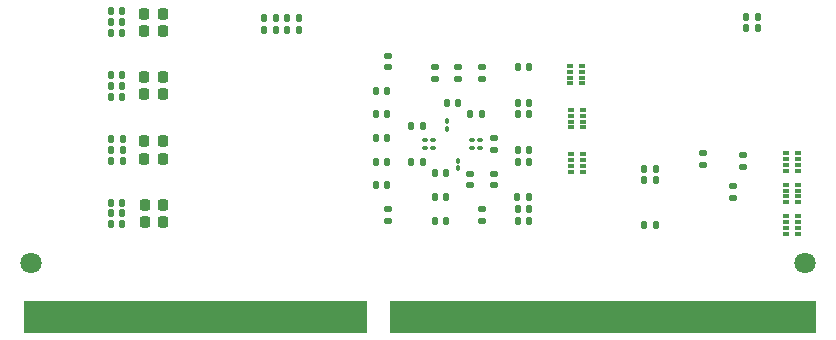
<source format=gbr>
%TF.GenerationSoftware,KiCad,Pcbnew,(6.0.4)*%
%TF.CreationDate,2022-07-06T17:02:14+08:00*%
%TF.ProjectId,XC6SLX25(FTG256)_Min,58433653-4c58-4323-9528-465447323536,rev?*%
%TF.SameCoordinates,Original*%
%TF.FileFunction,Soldermask,Bot*%
%TF.FilePolarity,Negative*%
%FSLAX46Y46*%
G04 Gerber Fmt 4.6, Leading zero omitted, Abs format (unit mm)*
G04 Created by KiCad (PCBNEW (6.0.4)) date 2022-07-06 17:02:14*
%MOMM*%
%LPD*%
G01*
G04 APERTURE LIST*
G04 Aperture macros list*
%AMRoundRect*
0 Rectangle with rounded corners*
0 $1 Rounding radius*
0 $2 $3 $4 $5 $6 $7 $8 $9 X,Y pos of 4 corners*
0 Add a 4 corners polygon primitive as box body*
4,1,4,$2,$3,$4,$5,$6,$7,$8,$9,$2,$3,0*
0 Add four circle primitives for the rounded corners*
1,1,$1+$1,$2,$3*
1,1,$1+$1,$4,$5*
1,1,$1+$1,$6,$7*
1,1,$1+$1,$8,$9*
0 Add four rect primitives between the rounded corners*
20,1,$1+$1,$2,$3,$4,$5,0*
20,1,$1+$1,$4,$5,$6,$7,0*
20,1,$1+$1,$6,$7,$8,$9,0*
20,1,$1+$1,$8,$9,$2,$3,0*%
G04 Aperture macros list end*
%ADD10C,0.010000*%
%ADD11RoundRect,0.140000X0.140000X0.170000X-0.140000X0.170000X-0.140000X-0.170000X0.140000X-0.170000X0*%
%ADD12RoundRect,0.100000X-0.130000X-0.100000X0.130000X-0.100000X0.130000X0.100000X-0.130000X0.100000X0*%
%ADD13RoundRect,0.225000X0.225000X0.250000X-0.225000X0.250000X-0.225000X-0.250000X0.225000X-0.250000X0*%
%ADD14R,0.500000X0.320000*%
%ADD15RoundRect,0.140000X-0.140000X-0.170000X0.140000X-0.170000X0.140000X0.170000X-0.140000X0.170000X0*%
%ADD16RoundRect,0.140000X0.170000X-0.140000X0.170000X0.140000X-0.170000X0.140000X-0.170000X-0.140000X0*%
%ADD17RoundRect,0.135000X0.135000X0.185000X-0.135000X0.185000X-0.135000X-0.185000X0.135000X-0.185000X0*%
%ADD18RoundRect,0.100000X0.100000X-0.130000X0.100000X0.130000X-0.100000X0.130000X-0.100000X-0.130000X0*%
%ADD19C,1.800000*%
%ADD20RoundRect,0.140000X-0.170000X0.140000X-0.170000X-0.140000X0.170000X-0.140000X0.170000X0.140000X0*%
%ADD21RoundRect,0.135000X-0.135000X-0.185000X0.135000X-0.185000X0.135000X0.185000X-0.135000X0.185000X0*%
%ADD22RoundRect,0.135000X-0.185000X0.135000X-0.185000X-0.135000X0.185000X-0.135000X0.185000X0.135000X0*%
%ADD23RoundRect,0.100000X0.130000X0.100000X-0.130000X0.100000X-0.130000X-0.100000X0.130000X-0.100000X0*%
%ADD24RoundRect,0.100000X-0.100000X0.130000X-0.100000X-0.130000X0.100000X-0.130000X0.100000X0.130000X0*%
%ADD25RoundRect,0.135000X0.185000X-0.135000X0.185000X0.135000X-0.185000X0.135000X-0.185000X-0.135000X0*%
G04 APERTURE END LIST*
%TO.C,J1*%
G36*
X125850000Y-108210000D02*
G01*
X125400000Y-108210000D01*
X125400000Y-105610000D01*
X125850000Y-105610000D01*
X125850000Y-108210000D01*
G37*
D10*
X125850000Y-108210000D02*
X125400000Y-108210000D01*
X125400000Y-105610000D01*
X125850000Y-105610000D01*
X125850000Y-108210000D01*
G36*
X127850000Y-108210000D02*
G01*
X127400000Y-108210000D01*
X127400000Y-105610000D01*
X127850000Y-105610000D01*
X127850000Y-108210000D01*
G37*
X127850000Y-108210000D02*
X127400000Y-108210000D01*
X127400000Y-105610000D01*
X127850000Y-105610000D01*
X127850000Y-108210000D01*
G36*
X134350000Y-108210000D02*
G01*
X133900000Y-108210000D01*
X133900000Y-105610000D01*
X134350000Y-105610000D01*
X134350000Y-108210000D01*
G37*
X134350000Y-108210000D02*
X133900000Y-108210000D01*
X133900000Y-105610000D01*
X134350000Y-105610000D01*
X134350000Y-108210000D01*
G36*
X169850000Y-108210000D02*
G01*
X169400000Y-108210000D01*
X169400000Y-105610000D01*
X169850000Y-105610000D01*
X169850000Y-108210000D01*
G37*
X169850000Y-108210000D02*
X169400000Y-108210000D01*
X169400000Y-105610000D01*
X169850000Y-105610000D01*
X169850000Y-108210000D01*
G36*
X170350000Y-108210000D02*
G01*
X169900000Y-108210000D01*
X169900000Y-105610000D01*
X170350000Y-105610000D01*
X170350000Y-108210000D01*
G37*
X170350000Y-108210000D02*
X169900000Y-108210000D01*
X169900000Y-105610000D01*
X170350000Y-105610000D01*
X170350000Y-108210000D01*
G36*
X150850000Y-108210000D02*
G01*
X150400000Y-108210000D01*
X150400000Y-105610000D01*
X150850000Y-105610000D01*
X150850000Y-108210000D01*
G37*
X150850000Y-108210000D02*
X150400000Y-108210000D01*
X150400000Y-105610000D01*
X150850000Y-105610000D01*
X150850000Y-108210000D01*
G36*
X172850000Y-108210000D02*
G01*
X172400000Y-108210000D01*
X172400000Y-105610000D01*
X172850000Y-105610000D01*
X172850000Y-108210000D01*
G37*
X172850000Y-108210000D02*
X172400000Y-108210000D01*
X172400000Y-105610000D01*
X172850000Y-105610000D01*
X172850000Y-108210000D01*
G36*
X139850000Y-108210000D02*
G01*
X139400000Y-108210000D01*
X139400000Y-105610000D01*
X139850000Y-105610000D01*
X139850000Y-108210000D01*
G37*
X139850000Y-108210000D02*
X139400000Y-108210000D01*
X139400000Y-105610000D01*
X139850000Y-105610000D01*
X139850000Y-108210000D01*
G36*
X131850000Y-108210000D02*
G01*
X131400000Y-108210000D01*
X131400000Y-105610000D01*
X131850000Y-105610000D01*
X131850000Y-108210000D01*
G37*
X131850000Y-108210000D02*
X131400000Y-108210000D01*
X131400000Y-105610000D01*
X131850000Y-105610000D01*
X131850000Y-108210000D01*
G36*
X122350000Y-108210000D02*
G01*
X121900000Y-108210000D01*
X121900000Y-105610000D01*
X122350000Y-105610000D01*
X122350000Y-108210000D01*
G37*
X122350000Y-108210000D02*
X121900000Y-108210000D01*
X121900000Y-105610000D01*
X122350000Y-105610000D01*
X122350000Y-108210000D01*
G36*
X110350000Y-108210000D02*
G01*
X109900000Y-108210000D01*
X109900000Y-105610000D01*
X110350000Y-105610000D01*
X110350000Y-108210000D01*
G37*
X110350000Y-108210000D02*
X109900000Y-108210000D01*
X109900000Y-105610000D01*
X110350000Y-105610000D01*
X110350000Y-108210000D01*
G36*
X159850000Y-108210000D02*
G01*
X159400000Y-108210000D01*
X159400000Y-105610000D01*
X159850000Y-105610000D01*
X159850000Y-108210000D01*
G37*
X159850000Y-108210000D02*
X159400000Y-108210000D01*
X159400000Y-105610000D01*
X159850000Y-105610000D01*
X159850000Y-108210000D01*
G36*
X153350000Y-108210000D02*
G01*
X152900000Y-108210000D01*
X152900000Y-105610000D01*
X153350000Y-105610000D01*
X153350000Y-108210000D01*
G37*
X153350000Y-108210000D02*
X152900000Y-108210000D01*
X152900000Y-105610000D01*
X153350000Y-105610000D01*
X153350000Y-108210000D01*
G36*
X130350000Y-108210000D02*
G01*
X129900000Y-108210000D01*
X129900000Y-105610000D01*
X130350000Y-105610000D01*
X130350000Y-108210000D01*
G37*
X130350000Y-108210000D02*
X129900000Y-108210000D01*
X129900000Y-105610000D01*
X130350000Y-105610000D01*
X130350000Y-108210000D01*
G36*
X146350000Y-108210000D02*
G01*
X145900000Y-108210000D01*
X145900000Y-105610000D01*
X146350000Y-105610000D01*
X146350000Y-108210000D01*
G37*
X146350000Y-108210000D02*
X145900000Y-108210000D01*
X145900000Y-105610000D01*
X146350000Y-105610000D01*
X146350000Y-108210000D01*
G36*
X146850000Y-108210000D02*
G01*
X146400000Y-108210000D01*
X146400000Y-105610000D01*
X146850000Y-105610000D01*
X146850000Y-108210000D01*
G37*
X146850000Y-108210000D02*
X146400000Y-108210000D01*
X146400000Y-105610000D01*
X146850000Y-105610000D01*
X146850000Y-108210000D01*
G36*
X113850000Y-108210000D02*
G01*
X113400000Y-108210000D01*
X113400000Y-105610000D01*
X113850000Y-105610000D01*
X113850000Y-108210000D01*
G37*
X113850000Y-108210000D02*
X113400000Y-108210000D01*
X113400000Y-105610000D01*
X113850000Y-105610000D01*
X113850000Y-108210000D01*
G36*
X111350000Y-108210000D02*
G01*
X110900000Y-108210000D01*
X110900000Y-105610000D01*
X111350000Y-105610000D01*
X111350000Y-108210000D01*
G37*
X111350000Y-108210000D02*
X110900000Y-108210000D01*
X110900000Y-105610000D01*
X111350000Y-105610000D01*
X111350000Y-108210000D01*
G36*
X151850000Y-108210000D02*
G01*
X151400000Y-108210000D01*
X151400000Y-105610000D01*
X151850000Y-105610000D01*
X151850000Y-108210000D01*
G37*
X151850000Y-108210000D02*
X151400000Y-108210000D01*
X151400000Y-105610000D01*
X151850000Y-105610000D01*
X151850000Y-108210000D01*
G36*
X152350000Y-108210000D02*
G01*
X151900000Y-108210000D01*
X151900000Y-105610000D01*
X152350000Y-105610000D01*
X152350000Y-108210000D01*
G37*
X152350000Y-108210000D02*
X151900000Y-108210000D01*
X151900000Y-105610000D01*
X152350000Y-105610000D01*
X152350000Y-108210000D01*
G36*
X114350000Y-108210000D02*
G01*
X113900000Y-108210000D01*
X113900000Y-105610000D01*
X114350000Y-105610000D01*
X114350000Y-108210000D01*
G37*
X114350000Y-108210000D02*
X113900000Y-108210000D01*
X113900000Y-105610000D01*
X114350000Y-105610000D01*
X114350000Y-108210000D01*
G36*
X135850000Y-108210000D02*
G01*
X135400000Y-108210000D01*
X135400000Y-105610000D01*
X135850000Y-105610000D01*
X135850000Y-108210000D01*
G37*
X135850000Y-108210000D02*
X135400000Y-108210000D01*
X135400000Y-105610000D01*
X135850000Y-105610000D01*
X135850000Y-108210000D01*
G36*
X111850000Y-108210000D02*
G01*
X111400000Y-108210000D01*
X111400000Y-105610000D01*
X111850000Y-105610000D01*
X111850000Y-108210000D01*
G37*
X111850000Y-108210000D02*
X111400000Y-108210000D01*
X111400000Y-105610000D01*
X111850000Y-105610000D01*
X111850000Y-108210000D01*
G36*
X117350000Y-108210000D02*
G01*
X116900000Y-108210000D01*
X116900000Y-105610000D01*
X117350000Y-105610000D01*
X117350000Y-108210000D01*
G37*
X117350000Y-108210000D02*
X116900000Y-108210000D01*
X116900000Y-105610000D01*
X117350000Y-105610000D01*
X117350000Y-108210000D01*
G36*
X116850000Y-108210000D02*
G01*
X116400000Y-108210000D01*
X116400000Y-105610000D01*
X116850000Y-105610000D01*
X116850000Y-108210000D01*
G37*
X116850000Y-108210000D02*
X116400000Y-108210000D01*
X116400000Y-105610000D01*
X116850000Y-105610000D01*
X116850000Y-108210000D01*
G36*
X141350000Y-108210000D02*
G01*
X140900000Y-108210000D01*
X140900000Y-105610000D01*
X141350000Y-105610000D01*
X141350000Y-108210000D01*
G37*
X141350000Y-108210000D02*
X140900000Y-108210000D01*
X140900000Y-105610000D01*
X141350000Y-105610000D01*
X141350000Y-108210000D01*
G36*
X138850000Y-108210000D02*
G01*
X138400000Y-108210000D01*
X138400000Y-105610000D01*
X138850000Y-105610000D01*
X138850000Y-108210000D01*
G37*
X138850000Y-108210000D02*
X138400000Y-108210000D01*
X138400000Y-105610000D01*
X138850000Y-105610000D01*
X138850000Y-108210000D01*
G36*
X144350000Y-108210000D02*
G01*
X143900000Y-108210000D01*
X143900000Y-105610000D01*
X144350000Y-105610000D01*
X144350000Y-108210000D01*
G37*
X144350000Y-108210000D02*
X143900000Y-108210000D01*
X143900000Y-105610000D01*
X144350000Y-105610000D01*
X144350000Y-108210000D01*
G36*
X148350000Y-108210000D02*
G01*
X147900000Y-108210000D01*
X147900000Y-105610000D01*
X148350000Y-105610000D01*
X148350000Y-108210000D01*
G37*
X148350000Y-108210000D02*
X147900000Y-108210000D01*
X147900000Y-105610000D01*
X148350000Y-105610000D01*
X148350000Y-108210000D01*
G36*
X115350000Y-108210000D02*
G01*
X114900000Y-108210000D01*
X114900000Y-105610000D01*
X115350000Y-105610000D01*
X115350000Y-108210000D01*
G37*
X115350000Y-108210000D02*
X114900000Y-108210000D01*
X114900000Y-105610000D01*
X115350000Y-105610000D01*
X115350000Y-108210000D01*
G36*
X166350000Y-108210000D02*
G01*
X165900000Y-108210000D01*
X165900000Y-105610000D01*
X166350000Y-105610000D01*
X166350000Y-108210000D01*
G37*
X166350000Y-108210000D02*
X165900000Y-108210000D01*
X165900000Y-105610000D01*
X166350000Y-105610000D01*
X166350000Y-108210000D01*
G36*
X112350000Y-108210000D02*
G01*
X111900000Y-108210000D01*
X111900000Y-105610000D01*
X112350000Y-105610000D01*
X112350000Y-108210000D01*
G37*
X112350000Y-108210000D02*
X111900000Y-108210000D01*
X111900000Y-105610000D01*
X112350000Y-105610000D01*
X112350000Y-108210000D01*
G36*
X170850000Y-108210000D02*
G01*
X170400000Y-108210000D01*
X170400000Y-105610000D01*
X170850000Y-105610000D01*
X170850000Y-108210000D01*
G37*
X170850000Y-108210000D02*
X170400000Y-108210000D01*
X170400000Y-105610000D01*
X170850000Y-105610000D01*
X170850000Y-108210000D01*
G36*
X171350000Y-108210000D02*
G01*
X170900000Y-108210000D01*
X170900000Y-105610000D01*
X171350000Y-105610000D01*
X171350000Y-108210000D01*
G37*
X171350000Y-108210000D02*
X170900000Y-108210000D01*
X170900000Y-105610000D01*
X171350000Y-105610000D01*
X171350000Y-108210000D01*
G36*
X140350000Y-108210000D02*
G01*
X139900000Y-108210000D01*
X139900000Y-105610000D01*
X140350000Y-105610000D01*
X140350000Y-108210000D01*
G37*
X140350000Y-108210000D02*
X139900000Y-108210000D01*
X139900000Y-105610000D01*
X140350000Y-105610000D01*
X140350000Y-108210000D01*
G36*
X159350000Y-108210000D02*
G01*
X158900000Y-108210000D01*
X158900000Y-105610000D01*
X159350000Y-105610000D01*
X159350000Y-108210000D01*
G37*
X159350000Y-108210000D02*
X158900000Y-108210000D01*
X158900000Y-105610000D01*
X159350000Y-105610000D01*
X159350000Y-108210000D01*
G36*
X118850000Y-108210000D02*
G01*
X118400000Y-108210000D01*
X118400000Y-105610000D01*
X118850000Y-105610000D01*
X118850000Y-108210000D01*
G37*
X118850000Y-108210000D02*
X118400000Y-108210000D01*
X118400000Y-105610000D01*
X118850000Y-105610000D01*
X118850000Y-108210000D01*
G36*
X139350000Y-108210000D02*
G01*
X138900000Y-108210000D01*
X138900000Y-105610000D01*
X139350000Y-105610000D01*
X139350000Y-108210000D01*
G37*
X139350000Y-108210000D02*
X138900000Y-108210000D01*
X138900000Y-105610000D01*
X139350000Y-105610000D01*
X139350000Y-108210000D01*
G36*
X108350000Y-108210000D02*
G01*
X107900000Y-108210000D01*
X107900000Y-105610000D01*
X108350000Y-105610000D01*
X108350000Y-108210000D01*
G37*
X108350000Y-108210000D02*
X107900000Y-108210000D01*
X107900000Y-105610000D01*
X108350000Y-105610000D01*
X108350000Y-108210000D01*
G36*
X156350000Y-108210000D02*
G01*
X155900000Y-108210000D01*
X155900000Y-105610000D01*
X156350000Y-105610000D01*
X156350000Y-108210000D01*
G37*
X156350000Y-108210000D02*
X155900000Y-108210000D01*
X155900000Y-105610000D01*
X156350000Y-105610000D01*
X156350000Y-108210000D01*
G36*
X133850000Y-108210000D02*
G01*
X133400000Y-108210000D01*
X133400000Y-105610000D01*
X133850000Y-105610000D01*
X133850000Y-108210000D01*
G37*
X133850000Y-108210000D02*
X133400000Y-108210000D01*
X133400000Y-105610000D01*
X133850000Y-105610000D01*
X133850000Y-108210000D01*
G36*
X133350000Y-108210000D02*
G01*
X132900000Y-108210000D01*
X132900000Y-105610000D01*
X133350000Y-105610000D01*
X133350000Y-108210000D01*
G37*
X133350000Y-108210000D02*
X132900000Y-108210000D01*
X132900000Y-105610000D01*
X133350000Y-105610000D01*
X133350000Y-108210000D01*
G36*
X147850000Y-108210000D02*
G01*
X147400000Y-108210000D01*
X147400000Y-105610000D01*
X147850000Y-105610000D01*
X147850000Y-108210000D01*
G37*
X147850000Y-108210000D02*
X147400000Y-108210000D01*
X147400000Y-105610000D01*
X147850000Y-105610000D01*
X147850000Y-108210000D01*
G36*
X161350000Y-108210000D02*
G01*
X160900000Y-108210000D01*
X160900000Y-105610000D01*
X161350000Y-105610000D01*
X161350000Y-108210000D01*
G37*
X161350000Y-108210000D02*
X160900000Y-108210000D01*
X160900000Y-105610000D01*
X161350000Y-105610000D01*
X161350000Y-108210000D01*
G36*
X121850000Y-108210000D02*
G01*
X121400000Y-108210000D01*
X121400000Y-105610000D01*
X121850000Y-105610000D01*
X121850000Y-108210000D01*
G37*
X121850000Y-108210000D02*
X121400000Y-108210000D01*
X121400000Y-105610000D01*
X121850000Y-105610000D01*
X121850000Y-108210000D01*
G36*
X158350000Y-108210000D02*
G01*
X157900000Y-108210000D01*
X157900000Y-105610000D01*
X158350000Y-105610000D01*
X158350000Y-108210000D01*
G37*
X158350000Y-108210000D02*
X157900000Y-108210000D01*
X157900000Y-105610000D01*
X158350000Y-105610000D01*
X158350000Y-108210000D01*
G36*
X143850000Y-108210000D02*
G01*
X143400000Y-108210000D01*
X143400000Y-105610000D01*
X143850000Y-105610000D01*
X143850000Y-108210000D01*
G37*
X143850000Y-108210000D02*
X143400000Y-108210000D01*
X143400000Y-105610000D01*
X143850000Y-105610000D01*
X143850000Y-108210000D01*
G36*
X142850000Y-108210000D02*
G01*
X142400000Y-108210000D01*
X142400000Y-105610000D01*
X142850000Y-105610000D01*
X142850000Y-108210000D01*
G37*
X142850000Y-108210000D02*
X142400000Y-108210000D01*
X142400000Y-105610000D01*
X142850000Y-105610000D01*
X142850000Y-108210000D01*
G36*
X144850000Y-108210000D02*
G01*
X144400000Y-108210000D01*
X144400000Y-105610000D01*
X144850000Y-105610000D01*
X144850000Y-108210000D01*
G37*
X144850000Y-108210000D02*
X144400000Y-108210000D01*
X144400000Y-105610000D01*
X144850000Y-105610000D01*
X144850000Y-108210000D01*
G36*
X132850000Y-108210000D02*
G01*
X132400000Y-108210000D01*
X132400000Y-105610000D01*
X132850000Y-105610000D01*
X132850000Y-108210000D01*
G37*
X132850000Y-108210000D02*
X132400000Y-108210000D01*
X132400000Y-105610000D01*
X132850000Y-105610000D01*
X132850000Y-108210000D01*
G36*
X168350000Y-108210000D02*
G01*
X167900000Y-108210000D01*
X167900000Y-105610000D01*
X168350000Y-105610000D01*
X168350000Y-108210000D01*
G37*
X168350000Y-108210000D02*
X167900000Y-108210000D01*
X167900000Y-105610000D01*
X168350000Y-105610000D01*
X168350000Y-108210000D01*
G36*
X142350000Y-108210000D02*
G01*
X141900000Y-108210000D01*
X141900000Y-105610000D01*
X142350000Y-105610000D01*
X142350000Y-108210000D01*
G37*
X142350000Y-108210000D02*
X141900000Y-108210000D01*
X141900000Y-105610000D01*
X142350000Y-105610000D01*
X142350000Y-108210000D01*
G36*
X120850000Y-108210000D02*
G01*
X120400000Y-108210000D01*
X120400000Y-105610000D01*
X120850000Y-105610000D01*
X120850000Y-108210000D01*
G37*
X120850000Y-108210000D02*
X120400000Y-108210000D01*
X120400000Y-105610000D01*
X120850000Y-105610000D01*
X120850000Y-108210000D01*
G36*
X152850000Y-108210000D02*
G01*
X152400000Y-108210000D01*
X152400000Y-105610000D01*
X152850000Y-105610000D01*
X152850000Y-108210000D01*
G37*
X152850000Y-108210000D02*
X152400000Y-108210000D01*
X152400000Y-105610000D01*
X152850000Y-105610000D01*
X152850000Y-108210000D01*
G36*
X148850000Y-108210000D02*
G01*
X148400000Y-108210000D01*
X148400000Y-105610000D01*
X148850000Y-105610000D01*
X148850000Y-108210000D01*
G37*
X148850000Y-108210000D02*
X148400000Y-108210000D01*
X148400000Y-105610000D01*
X148850000Y-105610000D01*
X148850000Y-108210000D01*
G36*
X125350000Y-108210000D02*
G01*
X124900000Y-108210000D01*
X124900000Y-105610000D01*
X125350000Y-105610000D01*
X125350000Y-108210000D01*
G37*
X125350000Y-108210000D02*
X124900000Y-108210000D01*
X124900000Y-105610000D01*
X125350000Y-105610000D01*
X125350000Y-108210000D01*
G36*
X128850000Y-108210000D02*
G01*
X128400000Y-108210000D01*
X128400000Y-105610000D01*
X128850000Y-105610000D01*
X128850000Y-108210000D01*
G37*
X128850000Y-108210000D02*
X128400000Y-108210000D01*
X128400000Y-105610000D01*
X128850000Y-105610000D01*
X128850000Y-108210000D01*
G36*
X123850000Y-108210000D02*
G01*
X123400000Y-108210000D01*
X123400000Y-105610000D01*
X123850000Y-105610000D01*
X123850000Y-108210000D01*
G37*
X123850000Y-108210000D02*
X123400000Y-108210000D01*
X123400000Y-105610000D01*
X123850000Y-105610000D01*
X123850000Y-108210000D01*
G36*
X167850000Y-108210000D02*
G01*
X167400000Y-108210000D01*
X167400000Y-105610000D01*
X167850000Y-105610000D01*
X167850000Y-108210000D01*
G37*
X167850000Y-108210000D02*
X167400000Y-108210000D01*
X167400000Y-105610000D01*
X167850000Y-105610000D01*
X167850000Y-108210000D01*
G36*
X119350000Y-108210000D02*
G01*
X118900000Y-108210000D01*
X118900000Y-105610000D01*
X119350000Y-105610000D01*
X119350000Y-108210000D01*
G37*
X119350000Y-108210000D02*
X118900000Y-108210000D01*
X118900000Y-105610000D01*
X119350000Y-105610000D01*
X119350000Y-108210000D01*
G36*
X163350000Y-108210000D02*
G01*
X162900000Y-108210000D01*
X162900000Y-105610000D01*
X163350000Y-105610000D01*
X163350000Y-108210000D01*
G37*
X163350000Y-108210000D02*
X162900000Y-108210000D01*
X162900000Y-105610000D01*
X163350000Y-105610000D01*
X163350000Y-108210000D01*
G36*
X135350000Y-108210000D02*
G01*
X134900000Y-108210000D01*
X134900000Y-105610000D01*
X135350000Y-105610000D01*
X135350000Y-108210000D01*
G37*
X135350000Y-108210000D02*
X134900000Y-108210000D01*
X134900000Y-105610000D01*
X135350000Y-105610000D01*
X135350000Y-108210000D01*
G36*
X167350000Y-108210000D02*
G01*
X166900000Y-108210000D01*
X166900000Y-105610000D01*
X167350000Y-105610000D01*
X167350000Y-108210000D01*
G37*
X167350000Y-108210000D02*
X166900000Y-108210000D01*
X166900000Y-105610000D01*
X167350000Y-105610000D01*
X167350000Y-108210000D01*
G36*
X168850000Y-108210000D02*
G01*
X168400000Y-108210000D01*
X168400000Y-105610000D01*
X168850000Y-105610000D01*
X168850000Y-108210000D01*
G37*
X168850000Y-108210000D02*
X168400000Y-108210000D01*
X168400000Y-105610000D01*
X168850000Y-105610000D01*
X168850000Y-108210000D01*
G36*
X173850000Y-108210000D02*
G01*
X173400000Y-108210000D01*
X173400000Y-105610000D01*
X173850000Y-105610000D01*
X173850000Y-108210000D01*
G37*
X173850000Y-108210000D02*
X173400000Y-108210000D01*
X173400000Y-105610000D01*
X173850000Y-105610000D01*
X173850000Y-108210000D01*
G36*
X129350000Y-108210000D02*
G01*
X128900000Y-108210000D01*
X128900000Y-105610000D01*
X129350000Y-105610000D01*
X129350000Y-108210000D01*
G37*
X129350000Y-108210000D02*
X128900000Y-108210000D01*
X128900000Y-105610000D01*
X129350000Y-105610000D01*
X129350000Y-108210000D01*
G36*
X153850000Y-108210000D02*
G01*
X153400000Y-108210000D01*
X153400000Y-105610000D01*
X153850000Y-105610000D01*
X153850000Y-108210000D01*
G37*
X153850000Y-108210000D02*
X153400000Y-108210000D01*
X153400000Y-105610000D01*
X153850000Y-105610000D01*
X153850000Y-108210000D01*
G36*
X141850000Y-108210000D02*
G01*
X141400000Y-108210000D01*
X141400000Y-105610000D01*
X141850000Y-105610000D01*
X141850000Y-108210000D01*
G37*
X141850000Y-108210000D02*
X141400000Y-108210000D01*
X141400000Y-105610000D01*
X141850000Y-105610000D01*
X141850000Y-108210000D01*
G36*
X154350000Y-108210000D02*
G01*
X153900000Y-108210000D01*
X153900000Y-105610000D01*
X154350000Y-105610000D01*
X154350000Y-108210000D01*
G37*
X154350000Y-108210000D02*
X153900000Y-108210000D01*
X153900000Y-105610000D01*
X154350000Y-105610000D01*
X154350000Y-108210000D01*
G36*
X160850000Y-108210000D02*
G01*
X160400000Y-108210000D01*
X160400000Y-105610000D01*
X160850000Y-105610000D01*
X160850000Y-108210000D01*
G37*
X160850000Y-108210000D02*
X160400000Y-108210000D01*
X160400000Y-105610000D01*
X160850000Y-105610000D01*
X160850000Y-108210000D01*
G36*
X124350000Y-108210000D02*
G01*
X123900000Y-108210000D01*
X123900000Y-105610000D01*
X124350000Y-105610000D01*
X124350000Y-108210000D01*
G37*
X124350000Y-108210000D02*
X123900000Y-108210000D01*
X123900000Y-105610000D01*
X124350000Y-105610000D01*
X124350000Y-108210000D01*
G36*
X119850000Y-108210000D02*
G01*
X119400000Y-108210000D01*
X119400000Y-105610000D01*
X119850000Y-105610000D01*
X119850000Y-108210000D01*
G37*
X119850000Y-108210000D02*
X119400000Y-108210000D01*
X119400000Y-105610000D01*
X119850000Y-105610000D01*
X119850000Y-108210000D01*
G36*
X131350000Y-108210000D02*
G01*
X130900000Y-108210000D01*
X130900000Y-105610000D01*
X131350000Y-105610000D01*
X131350000Y-108210000D01*
G37*
X131350000Y-108210000D02*
X130900000Y-108210000D01*
X130900000Y-105610000D01*
X131350000Y-105610000D01*
X131350000Y-108210000D01*
G36*
X129850000Y-108210000D02*
G01*
X129400000Y-108210000D01*
X129400000Y-105610000D01*
X129850000Y-105610000D01*
X129850000Y-108210000D01*
G37*
X129850000Y-108210000D02*
X129400000Y-108210000D01*
X129400000Y-105610000D01*
X129850000Y-105610000D01*
X129850000Y-108210000D01*
G36*
X163850000Y-108210000D02*
G01*
X163400000Y-108210000D01*
X163400000Y-105610000D01*
X163850000Y-105610000D01*
X163850000Y-108210000D01*
G37*
X163850000Y-108210000D02*
X163400000Y-108210000D01*
X163400000Y-105610000D01*
X163850000Y-105610000D01*
X163850000Y-108210000D01*
G36*
X118350000Y-108210000D02*
G01*
X117900000Y-108210000D01*
X117900000Y-105610000D01*
X118350000Y-105610000D01*
X118350000Y-108210000D01*
G37*
X118350000Y-108210000D02*
X117900000Y-108210000D01*
X117900000Y-105610000D01*
X118350000Y-105610000D01*
X118350000Y-108210000D01*
G36*
X123350000Y-108210000D02*
G01*
X122900000Y-108210000D01*
X122900000Y-105610000D01*
X123350000Y-105610000D01*
X123350000Y-108210000D01*
G37*
X123350000Y-108210000D02*
X122900000Y-108210000D01*
X122900000Y-105610000D01*
X123350000Y-105610000D01*
X123350000Y-108210000D01*
G36*
X126350000Y-108210000D02*
G01*
X125900000Y-108210000D01*
X125900000Y-105610000D01*
X126350000Y-105610000D01*
X126350000Y-108210000D01*
G37*
X126350000Y-108210000D02*
X125900000Y-108210000D01*
X125900000Y-105610000D01*
X126350000Y-105610000D01*
X126350000Y-108210000D01*
G36*
X162350000Y-108210000D02*
G01*
X161900000Y-108210000D01*
X161900000Y-105610000D01*
X162350000Y-105610000D01*
X162350000Y-108210000D01*
G37*
X162350000Y-108210000D02*
X161900000Y-108210000D01*
X161900000Y-105610000D01*
X162350000Y-105610000D01*
X162350000Y-108210000D01*
G36*
X162850000Y-108210000D02*
G01*
X162400000Y-108210000D01*
X162400000Y-105610000D01*
X162850000Y-105610000D01*
X162850000Y-108210000D01*
G37*
X162850000Y-108210000D02*
X162400000Y-108210000D01*
X162400000Y-105610000D01*
X162850000Y-105610000D01*
X162850000Y-108210000D01*
G36*
X109850000Y-108210000D02*
G01*
X109400000Y-108210000D01*
X109400000Y-105610000D01*
X109850000Y-105610000D01*
X109850000Y-108210000D01*
G37*
X109850000Y-108210000D02*
X109400000Y-108210000D01*
X109400000Y-105610000D01*
X109850000Y-105610000D01*
X109850000Y-108210000D01*
G36*
X149850000Y-108210000D02*
G01*
X149400000Y-108210000D01*
X149400000Y-105610000D01*
X149850000Y-105610000D01*
X149850000Y-108210000D01*
G37*
X149850000Y-108210000D02*
X149400000Y-108210000D01*
X149400000Y-105610000D01*
X149850000Y-105610000D01*
X149850000Y-108210000D01*
G36*
X134850000Y-108210000D02*
G01*
X134400000Y-108210000D01*
X134400000Y-105610000D01*
X134850000Y-105610000D01*
X134850000Y-108210000D01*
G37*
X134850000Y-108210000D02*
X134400000Y-108210000D01*
X134400000Y-105610000D01*
X134850000Y-105610000D01*
X134850000Y-108210000D01*
G36*
X113350000Y-108210000D02*
G01*
X112900000Y-108210000D01*
X112900000Y-105610000D01*
X113350000Y-105610000D01*
X113350000Y-108210000D01*
G37*
X113350000Y-108210000D02*
X112900000Y-108210000D01*
X112900000Y-105610000D01*
X113350000Y-105610000D01*
X113350000Y-108210000D01*
G36*
X121350000Y-108210000D02*
G01*
X120900000Y-108210000D01*
X120900000Y-105610000D01*
X121350000Y-105610000D01*
X121350000Y-108210000D01*
G37*
X121350000Y-108210000D02*
X120900000Y-108210000D01*
X120900000Y-105610000D01*
X121350000Y-105610000D01*
X121350000Y-108210000D01*
G36*
X172350000Y-108210000D02*
G01*
X171900000Y-108210000D01*
X171900000Y-105610000D01*
X172350000Y-105610000D01*
X172350000Y-108210000D01*
G37*
X172350000Y-108210000D02*
X171900000Y-108210000D01*
X171900000Y-105610000D01*
X172350000Y-105610000D01*
X172350000Y-108210000D01*
G36*
X140850000Y-108210000D02*
G01*
X140400000Y-108210000D01*
X140400000Y-105610000D01*
X140850000Y-105610000D01*
X140850000Y-108210000D01*
G37*
X140850000Y-108210000D02*
X140400000Y-108210000D01*
X140400000Y-105610000D01*
X140850000Y-105610000D01*
X140850000Y-108210000D01*
G36*
X145350000Y-108210000D02*
G01*
X144900000Y-108210000D01*
X144900000Y-105610000D01*
X145350000Y-105610000D01*
X145350000Y-108210000D01*
G37*
X145350000Y-108210000D02*
X144900000Y-108210000D01*
X144900000Y-105610000D01*
X145350000Y-105610000D01*
X145350000Y-108210000D01*
G36*
X130850000Y-108210000D02*
G01*
X130400000Y-108210000D01*
X130400000Y-105610000D01*
X130850000Y-105610000D01*
X130850000Y-108210000D01*
G37*
X130850000Y-108210000D02*
X130400000Y-108210000D01*
X130400000Y-105610000D01*
X130850000Y-105610000D01*
X130850000Y-108210000D01*
G36*
X143350000Y-108210000D02*
G01*
X142900000Y-108210000D01*
X142900000Y-105610000D01*
X143350000Y-105610000D01*
X143350000Y-108210000D01*
G37*
X143350000Y-108210000D02*
X142900000Y-108210000D01*
X142900000Y-105610000D01*
X143350000Y-105610000D01*
X143350000Y-108210000D01*
G36*
X157350000Y-108210000D02*
G01*
X156900000Y-108210000D01*
X156900000Y-105610000D01*
X157350000Y-105610000D01*
X157350000Y-108210000D01*
G37*
X157350000Y-108210000D02*
X156900000Y-108210000D01*
X156900000Y-105610000D01*
X157350000Y-105610000D01*
X157350000Y-108210000D01*
G36*
X155350000Y-108210000D02*
G01*
X154900000Y-108210000D01*
X154900000Y-105610000D01*
X155350000Y-105610000D01*
X155350000Y-108210000D01*
G37*
X155350000Y-108210000D02*
X154900000Y-108210000D01*
X154900000Y-105610000D01*
X155350000Y-105610000D01*
X155350000Y-108210000D01*
G36*
X161850000Y-108210000D02*
G01*
X161400000Y-108210000D01*
X161400000Y-105610000D01*
X161850000Y-105610000D01*
X161850000Y-108210000D01*
G37*
X161850000Y-108210000D02*
X161400000Y-108210000D01*
X161400000Y-105610000D01*
X161850000Y-105610000D01*
X161850000Y-108210000D01*
G36*
X124850000Y-108210000D02*
G01*
X124400000Y-108210000D01*
X124400000Y-105610000D01*
X124850000Y-105610000D01*
X124850000Y-108210000D01*
G37*
X124850000Y-108210000D02*
X124400000Y-108210000D01*
X124400000Y-105610000D01*
X124850000Y-105610000D01*
X124850000Y-108210000D01*
G36*
X166850000Y-108210000D02*
G01*
X166400000Y-108210000D01*
X166400000Y-105610000D01*
X166850000Y-105610000D01*
X166850000Y-108210000D01*
G37*
X166850000Y-108210000D02*
X166400000Y-108210000D01*
X166400000Y-105610000D01*
X166850000Y-105610000D01*
X166850000Y-108210000D01*
G36*
X165850000Y-108210000D02*
G01*
X165400000Y-108210000D01*
X165400000Y-105610000D01*
X165850000Y-105610000D01*
X165850000Y-108210000D01*
G37*
X165850000Y-108210000D02*
X165400000Y-108210000D01*
X165400000Y-105610000D01*
X165850000Y-105610000D01*
X165850000Y-108210000D01*
G36*
X120350000Y-108210000D02*
G01*
X119900000Y-108210000D01*
X119900000Y-105610000D01*
X120350000Y-105610000D01*
X120350000Y-108210000D01*
G37*
X120350000Y-108210000D02*
X119900000Y-108210000D01*
X119900000Y-105610000D01*
X120350000Y-105610000D01*
X120350000Y-108210000D01*
G36*
X128350000Y-108210000D02*
G01*
X127900000Y-108210000D01*
X127900000Y-105610000D01*
X128350000Y-105610000D01*
X128350000Y-108210000D01*
G37*
X128350000Y-108210000D02*
X127900000Y-108210000D01*
X127900000Y-105610000D01*
X128350000Y-105610000D01*
X128350000Y-108210000D01*
G36*
X154850000Y-108210000D02*
G01*
X154400000Y-108210000D01*
X154400000Y-105610000D01*
X154850000Y-105610000D01*
X154850000Y-108210000D01*
G37*
X154850000Y-108210000D02*
X154400000Y-108210000D01*
X154400000Y-105610000D01*
X154850000Y-105610000D01*
X154850000Y-108210000D01*
G36*
X165350000Y-108210000D02*
G01*
X164900000Y-108210000D01*
X164900000Y-105610000D01*
X165350000Y-105610000D01*
X165350000Y-108210000D01*
G37*
X165350000Y-108210000D02*
X164900000Y-108210000D01*
X164900000Y-105610000D01*
X165350000Y-105610000D01*
X165350000Y-108210000D01*
G36*
X160350000Y-108210000D02*
G01*
X159900000Y-108210000D01*
X159900000Y-105610000D01*
X160350000Y-105610000D01*
X160350000Y-108210000D01*
G37*
X160350000Y-108210000D02*
X159900000Y-108210000D01*
X159900000Y-105610000D01*
X160350000Y-105610000D01*
X160350000Y-108210000D01*
G36*
X132350000Y-108210000D02*
G01*
X131900000Y-108210000D01*
X131900000Y-105610000D01*
X132350000Y-105610000D01*
X132350000Y-108210000D01*
G37*
X132350000Y-108210000D02*
X131900000Y-108210000D01*
X131900000Y-105610000D01*
X132350000Y-105610000D01*
X132350000Y-108210000D01*
G36*
X164850000Y-108210000D02*
G01*
X164400000Y-108210000D01*
X164400000Y-105610000D01*
X164850000Y-105610000D01*
X164850000Y-108210000D01*
G37*
X164850000Y-108210000D02*
X164400000Y-108210000D01*
X164400000Y-105610000D01*
X164850000Y-105610000D01*
X164850000Y-108210000D01*
G36*
X117850000Y-108210000D02*
G01*
X117400000Y-108210000D01*
X117400000Y-105610000D01*
X117850000Y-105610000D01*
X117850000Y-108210000D01*
G37*
X117850000Y-108210000D02*
X117400000Y-108210000D01*
X117400000Y-105610000D01*
X117850000Y-105610000D01*
X117850000Y-108210000D01*
G36*
X145850000Y-108210000D02*
G01*
X145400000Y-108210000D01*
X145400000Y-105610000D01*
X145850000Y-105610000D01*
X145850000Y-108210000D01*
G37*
X145850000Y-108210000D02*
X145400000Y-108210000D01*
X145400000Y-105610000D01*
X145850000Y-105610000D01*
X145850000Y-108210000D01*
G36*
X136350000Y-108210000D02*
G01*
X135900000Y-108210000D01*
X135900000Y-105610000D01*
X136350000Y-105610000D01*
X136350000Y-108210000D01*
G37*
X136350000Y-108210000D02*
X135900000Y-108210000D01*
X135900000Y-105610000D01*
X136350000Y-105610000D01*
X136350000Y-108210000D01*
G36*
X116350000Y-108210000D02*
G01*
X115900000Y-108210000D01*
X115900000Y-105610000D01*
X116350000Y-105610000D01*
X116350000Y-108210000D01*
G37*
X116350000Y-108210000D02*
X115900000Y-108210000D01*
X115900000Y-105610000D01*
X116350000Y-105610000D01*
X116350000Y-108210000D01*
G36*
X171850000Y-108210000D02*
G01*
X171400000Y-108210000D01*
X171400000Y-105610000D01*
X171850000Y-105610000D01*
X171850000Y-108210000D01*
G37*
X171850000Y-108210000D02*
X171400000Y-108210000D01*
X171400000Y-105610000D01*
X171850000Y-105610000D01*
X171850000Y-108210000D01*
G36*
X127350000Y-108210000D02*
G01*
X126900000Y-108210000D01*
X126900000Y-105610000D01*
X127350000Y-105610000D01*
X127350000Y-108210000D01*
G37*
X127350000Y-108210000D02*
X126900000Y-108210000D01*
X126900000Y-105610000D01*
X127350000Y-105610000D01*
X127350000Y-108210000D01*
G36*
X108850000Y-108210000D02*
G01*
X108400000Y-108210000D01*
X108400000Y-105610000D01*
X108850000Y-105610000D01*
X108850000Y-108210000D01*
G37*
X108850000Y-108210000D02*
X108400000Y-108210000D01*
X108400000Y-105610000D01*
X108850000Y-105610000D01*
X108850000Y-108210000D01*
G36*
X157850000Y-108210000D02*
G01*
X157400000Y-108210000D01*
X157400000Y-105610000D01*
X157850000Y-105610000D01*
X157850000Y-108210000D01*
G37*
X157850000Y-108210000D02*
X157400000Y-108210000D01*
X157400000Y-105610000D01*
X157850000Y-105610000D01*
X157850000Y-108210000D01*
G36*
X155850000Y-108210000D02*
G01*
X155400000Y-108210000D01*
X155400000Y-105610000D01*
X155850000Y-105610000D01*
X155850000Y-108210000D01*
G37*
X155850000Y-108210000D02*
X155400000Y-108210000D01*
X155400000Y-105610000D01*
X155850000Y-105610000D01*
X155850000Y-108210000D01*
G36*
X156850000Y-108210000D02*
G01*
X156400000Y-108210000D01*
X156400000Y-105610000D01*
X156850000Y-105610000D01*
X156850000Y-108210000D01*
G37*
X156850000Y-108210000D02*
X156400000Y-108210000D01*
X156400000Y-105610000D01*
X156850000Y-105610000D01*
X156850000Y-108210000D01*
G36*
X174350000Y-108210000D02*
G01*
X173900000Y-108210000D01*
X173900000Y-105610000D01*
X174350000Y-105610000D01*
X174350000Y-108210000D01*
G37*
X174350000Y-108210000D02*
X173900000Y-108210000D01*
X173900000Y-105610000D01*
X174350000Y-105610000D01*
X174350000Y-108210000D01*
G36*
X112850000Y-108210000D02*
G01*
X112400000Y-108210000D01*
X112400000Y-105610000D01*
X112850000Y-105610000D01*
X112850000Y-108210000D01*
G37*
X112850000Y-108210000D02*
X112400000Y-108210000D01*
X112400000Y-105610000D01*
X112850000Y-105610000D01*
X112850000Y-108210000D01*
G36*
X151350000Y-108210000D02*
G01*
X150900000Y-108210000D01*
X150900000Y-105610000D01*
X151350000Y-105610000D01*
X151350000Y-108210000D01*
G37*
X151350000Y-108210000D02*
X150900000Y-108210000D01*
X150900000Y-105610000D01*
X151350000Y-105610000D01*
X151350000Y-108210000D01*
G36*
X158850000Y-108210000D02*
G01*
X158400000Y-108210000D01*
X158400000Y-105610000D01*
X158850000Y-105610000D01*
X158850000Y-108210000D01*
G37*
X158850000Y-108210000D02*
X158400000Y-108210000D01*
X158400000Y-105610000D01*
X158850000Y-105610000D01*
X158850000Y-108210000D01*
G36*
X126850000Y-108210000D02*
G01*
X126400000Y-108210000D01*
X126400000Y-105610000D01*
X126850000Y-105610000D01*
X126850000Y-108210000D01*
G37*
X126850000Y-108210000D02*
X126400000Y-108210000D01*
X126400000Y-105610000D01*
X126850000Y-105610000D01*
X126850000Y-108210000D01*
G36*
X173350000Y-108210000D02*
G01*
X172900000Y-108210000D01*
X172900000Y-105610000D01*
X173350000Y-105610000D01*
X173350000Y-108210000D01*
G37*
X173350000Y-108210000D02*
X172900000Y-108210000D01*
X172900000Y-105610000D01*
X173350000Y-105610000D01*
X173350000Y-108210000D01*
G36*
X149350000Y-108210000D02*
G01*
X148900000Y-108210000D01*
X148900000Y-105610000D01*
X149350000Y-105610000D01*
X149350000Y-108210000D01*
G37*
X149350000Y-108210000D02*
X148900000Y-108210000D01*
X148900000Y-105610000D01*
X149350000Y-105610000D01*
X149350000Y-108210000D01*
G36*
X150350000Y-108210000D02*
G01*
X149900000Y-108210000D01*
X149900000Y-105610000D01*
X150350000Y-105610000D01*
X150350000Y-108210000D01*
G37*
X150350000Y-108210000D02*
X149900000Y-108210000D01*
X149900000Y-105610000D01*
X150350000Y-105610000D01*
X150350000Y-108210000D01*
G36*
X109350000Y-108210000D02*
G01*
X108900000Y-108210000D01*
X108900000Y-105610000D01*
X109350000Y-105610000D01*
X109350000Y-108210000D01*
G37*
X109350000Y-108210000D02*
X108900000Y-108210000D01*
X108900000Y-105610000D01*
X109350000Y-105610000D01*
X109350000Y-108210000D01*
G36*
X122850000Y-108210000D02*
G01*
X122400000Y-108210000D01*
X122400000Y-105610000D01*
X122850000Y-105610000D01*
X122850000Y-108210000D01*
G37*
X122850000Y-108210000D02*
X122400000Y-108210000D01*
X122400000Y-105610000D01*
X122850000Y-105610000D01*
X122850000Y-108210000D01*
G36*
X114850000Y-108210000D02*
G01*
X114400000Y-108210000D01*
X114400000Y-105610000D01*
X114850000Y-105610000D01*
X114850000Y-108210000D01*
G37*
X114850000Y-108210000D02*
X114400000Y-108210000D01*
X114400000Y-105610000D01*
X114850000Y-105610000D01*
X114850000Y-108210000D01*
G36*
X115850000Y-108210000D02*
G01*
X115400000Y-108210000D01*
X115400000Y-105610000D01*
X115850000Y-105610000D01*
X115850000Y-108210000D01*
G37*
X115850000Y-108210000D02*
X115400000Y-108210000D01*
X115400000Y-105610000D01*
X115850000Y-105610000D01*
X115850000Y-108210000D01*
G36*
X164350000Y-108210000D02*
G01*
X163900000Y-108210000D01*
X163900000Y-105610000D01*
X164350000Y-105610000D01*
X164350000Y-108210000D01*
G37*
X164350000Y-108210000D02*
X163900000Y-108210000D01*
X163900000Y-105610000D01*
X164350000Y-105610000D01*
X164350000Y-108210000D01*
G36*
X107850000Y-108210000D02*
G01*
X107400000Y-108210000D01*
X107400000Y-105610000D01*
X107850000Y-105610000D01*
X107850000Y-108210000D01*
G37*
X107850000Y-108210000D02*
X107400000Y-108210000D01*
X107400000Y-105610000D01*
X107850000Y-105610000D01*
X107850000Y-108210000D01*
G36*
X169350000Y-108210000D02*
G01*
X168900000Y-108210000D01*
X168900000Y-105610000D01*
X169350000Y-105610000D01*
X169350000Y-108210000D01*
G37*
X169350000Y-108210000D02*
X168900000Y-108210000D01*
X168900000Y-105610000D01*
X169350000Y-105610000D01*
X169350000Y-108210000D01*
G36*
X110850000Y-108210000D02*
G01*
X110400000Y-108210000D01*
X110400000Y-105610000D01*
X110850000Y-105610000D01*
X110850000Y-108210000D01*
G37*
X110850000Y-108210000D02*
X110400000Y-108210000D01*
X110400000Y-105610000D01*
X110850000Y-105610000D01*
X110850000Y-108210000D01*
G36*
X147350000Y-108210000D02*
G01*
X146900000Y-108210000D01*
X146900000Y-105610000D01*
X147350000Y-105610000D01*
X147350000Y-108210000D01*
G37*
X147350000Y-108210000D02*
X146900000Y-108210000D01*
X146900000Y-105610000D01*
X147350000Y-105610000D01*
X147350000Y-108210000D01*
%TD*%
D11*
%TO.C,C14*%
X138156904Y-93805000D03*
X137196904Y-93805000D03*
%TD*%
D12*
%TO.C,C16*%
X145334738Y-92677990D03*
X145974738Y-92677990D03*
%TD*%
D13*
%TO.C,C64*%
X119125001Y-88099999D03*
X117575001Y-88099999D03*
%TD*%
D14*
%TO.C,RN11*%
X153655001Y-87185000D03*
X153655001Y-86685000D03*
X153655001Y-86185000D03*
X153655001Y-85685000D03*
X154655001Y-85685000D03*
X154655001Y-86185000D03*
X154655001Y-86685000D03*
X154655001Y-87185000D03*
%TD*%
D15*
%TO.C,C20*%
X137196903Y-91815000D03*
X138156903Y-91815000D03*
%TD*%
D16*
%TO.C,C13*%
X146170000Y-86778097D03*
X146170000Y-85818097D03*
%TD*%
D15*
%TO.C,C79*%
X114779999Y-92810001D03*
X115739999Y-92810001D03*
%TD*%
%TO.C,C10*%
X143195000Y-88801464D03*
X144155000Y-88801464D03*
%TD*%
D11*
%TO.C,C30*%
X141153096Y-93800000D03*
X140193096Y-93800000D03*
%TD*%
D17*
%TO.C,R16*%
X160891692Y-94455000D03*
X159871692Y-94455000D03*
%TD*%
D13*
%TO.C,C78*%
X119135001Y-92090000D03*
X117585001Y-92090000D03*
%TD*%
D18*
%TO.C,C18*%
X143182662Y-90995649D03*
X143182662Y-90355649D03*
%TD*%
D15*
%TO.C,C58*%
X114750001Y-88300001D03*
X115710001Y-88300001D03*
%TD*%
%TO.C,C65*%
X114769659Y-99106358D03*
X115729659Y-99106358D03*
%TD*%
D13*
%TO.C,C70*%
X119154999Y-97450000D03*
X117604999Y-97450000D03*
%TD*%
D12*
%TO.C,C23*%
X145334738Y-91968597D03*
X145974738Y-91968597D03*
%TD*%
D11*
%TO.C,C43*%
X169525000Y-81530000D03*
X168565000Y-81530000D03*
%TD*%
D19*
%TO.C,J1*%
X107950000Y-102410000D03*
X173550000Y-102410000D03*
%TD*%
D15*
%TO.C,C80*%
X114780000Y-91889999D03*
X115740000Y-91889999D03*
%TD*%
%TO.C,C67*%
X114769658Y-97262957D03*
X115729658Y-97262957D03*
%TD*%
D11*
%TO.C,C4*%
X141156905Y-90805000D03*
X140196905Y-90805000D03*
%TD*%
D17*
%TO.C,R13*%
X160891692Y-95395000D03*
X159871692Y-95395000D03*
%TD*%
D20*
%TO.C,C6*%
X144178875Y-85827120D03*
X144178875Y-86787120D03*
%TD*%
D11*
%TO.C,C15*%
X138156904Y-89805000D03*
X137196904Y-89805000D03*
%TD*%
D15*
%TO.C,C33*%
X149196904Y-92810000D03*
X150156904Y-92810000D03*
%TD*%
D11*
%TO.C,C36*%
X150155000Y-97805000D03*
X149195000Y-97805000D03*
%TD*%
D15*
%TO.C,C3*%
X149195000Y-98805000D03*
X150155000Y-98805000D03*
%TD*%
D17*
%TO.C,R12*%
X160891692Y-99205000D03*
X159871692Y-99205000D03*
%TD*%
D15*
%TO.C,C1*%
X149188096Y-85810000D03*
X150148096Y-85810000D03*
%TD*%
D17*
%TO.C,R44*%
X130675000Y-82660000D03*
X129655000Y-82660000D03*
%TD*%
D16*
%TO.C,C2*%
X147175000Y-92786904D03*
X147175000Y-91826904D03*
%TD*%
D15*
%TO.C,C72*%
X114739999Y-82899998D03*
X115699999Y-82899998D03*
%TD*%
D21*
%TO.C,R40*%
X127695000Y-81620000D03*
X128715000Y-81620000D03*
%TD*%
D15*
%TO.C,C59*%
X114750000Y-86450000D03*
X115710000Y-86450000D03*
%TD*%
%TO.C,C73*%
X114740000Y-81979996D03*
X115700000Y-81979996D03*
%TD*%
D13*
%TO.C,C71*%
X119155001Y-98909999D03*
X117605001Y-98909999D03*
%TD*%
D15*
%TO.C,C74*%
X114739999Y-81069999D03*
X115699999Y-81069999D03*
%TD*%
D13*
%TO.C,C84*%
X119125001Y-81319996D03*
X117575001Y-81319996D03*
%TD*%
D14*
%TO.C,RN6*%
X171941015Y-99896219D03*
X171941015Y-99396219D03*
X171941015Y-98896219D03*
X171941015Y-98396219D03*
X172941015Y-98396219D03*
X172941015Y-98896219D03*
X172941015Y-99396219D03*
X172941015Y-99896219D03*
%TD*%
D22*
%TO.C,R14*%
X164865000Y-93095001D03*
X164865000Y-94115001D03*
%TD*%
D15*
%TO.C,C8*%
X142193096Y-94805000D03*
X143153096Y-94805000D03*
%TD*%
%TO.C,C32*%
X149193096Y-89805001D03*
X150153096Y-89805001D03*
%TD*%
D21*
%TO.C,R1*%
X149174999Y-96805000D03*
X150194999Y-96805000D03*
%TD*%
D16*
%TO.C,C22*%
X138175000Y-85785000D03*
X138175000Y-84825000D03*
%TD*%
D21*
%TO.C,R43*%
X127695000Y-82660000D03*
X128715000Y-82660000D03*
%TD*%
D14*
%TO.C,RN13*%
X153695001Y-90910000D03*
X153695001Y-90410000D03*
X153695001Y-89910000D03*
X153695001Y-89410000D03*
X154695001Y-89410000D03*
X154695001Y-89910000D03*
X154695001Y-90410000D03*
X154695001Y-90910000D03*
%TD*%
D13*
%TO.C,C63*%
X119125002Y-86640000D03*
X117575002Y-86640000D03*
%TD*%
D20*
%TO.C,C9*%
X146177998Y-97825000D03*
X146177998Y-98785000D03*
%TD*%
D15*
%TO.C,C60*%
X114750001Y-87380000D03*
X115710001Y-87380000D03*
%TD*%
%TO.C,C66*%
X114769658Y-98186359D03*
X115729658Y-98186359D03*
%TD*%
D16*
%TO.C,C5*%
X138175000Y-98785000D03*
X138175000Y-97825000D03*
%TD*%
D14*
%TO.C,RN12*%
X153695001Y-94685000D03*
X153695001Y-94185000D03*
X153695001Y-93685000D03*
X153695001Y-93185000D03*
X154695001Y-93185000D03*
X154695001Y-93685000D03*
X154695001Y-94185000D03*
X154695001Y-94685000D03*
%TD*%
D11*
%TO.C,C12*%
X146156904Y-89804999D03*
X145196904Y-89804999D03*
%TD*%
D15*
%TO.C,C17*%
X137203096Y-87805000D03*
X138163096Y-87805000D03*
%TD*%
D16*
%TO.C,C29*%
X147175000Y-95786904D03*
X147175000Y-94826904D03*
%TD*%
%TO.C,C31*%
X142175000Y-86780000D03*
X142175000Y-85820000D03*
%TD*%
D15*
%TO.C,C37*%
X149203096Y-93805000D03*
X150163096Y-93805000D03*
%TD*%
D11*
%TO.C,C41*%
X169525000Y-82450000D03*
X168565000Y-82450000D03*
%TD*%
D17*
%TO.C,R42*%
X130675000Y-81620000D03*
X129655000Y-81620000D03*
%TD*%
D15*
%TO.C,C24*%
X137193095Y-95805000D03*
X138153095Y-95805000D03*
%TD*%
D23*
%TO.C,C19*%
X142013272Y-92638316D03*
X141373272Y-92638316D03*
%TD*%
D13*
%TO.C,C77*%
X119135001Y-93550000D03*
X117585001Y-93550000D03*
%TD*%
D24*
%TO.C,C21*%
X144146684Y-93724351D03*
X144146684Y-94364351D03*
%TD*%
D14*
%TO.C,RN4*%
X171935401Y-94603133D03*
X171935401Y-94103133D03*
X171935401Y-93603133D03*
X171935401Y-93103133D03*
X172935401Y-93103133D03*
X172935401Y-93603133D03*
X172935401Y-94103133D03*
X172935401Y-94603133D03*
%TD*%
D15*
%TO.C,C11*%
X142174999Y-96802001D03*
X143134999Y-96802001D03*
%TD*%
D16*
%TO.C,C28*%
X145175000Y-95785000D03*
X145175000Y-94825000D03*
%TD*%
D23*
%TO.C,C25*%
X142013271Y-91967663D03*
X141373271Y-91967663D03*
%TD*%
D15*
%TO.C,C34*%
X149201904Y-88810000D03*
X150161904Y-88810000D03*
%TD*%
D25*
%TO.C,R15*%
X168266807Y-94282984D03*
X168266807Y-93262984D03*
%TD*%
D15*
%TO.C,C81*%
X114779999Y-93730000D03*
X115739999Y-93730000D03*
%TD*%
D13*
%TO.C,C85*%
X119125001Y-82779996D03*
X117575001Y-82779996D03*
%TD*%
D14*
%TO.C,RN5*%
X171942005Y-97249327D03*
X171942005Y-96749327D03*
X171942005Y-96249327D03*
X171942005Y-95749327D03*
X172942005Y-95749327D03*
X172942005Y-96249327D03*
X172942005Y-96749327D03*
X172942005Y-97249327D03*
%TD*%
D22*
%TO.C,R17*%
X167417123Y-95853834D03*
X167417123Y-96873834D03*
%TD*%
D11*
%TO.C,C7*%
X143155000Y-98805000D03*
X142195000Y-98805000D03*
%TD*%
M02*

</source>
